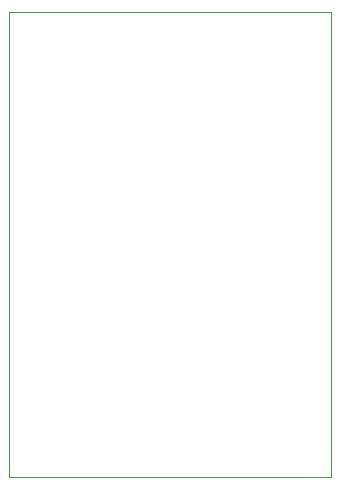
<source format=gbr>
G04 (created by PCBNEW (2013-07-07 BZR 4022)-stable) date 3/7/2014 1:37:03 AM*
%MOIN*%
G04 Gerber Fmt 3.4, Leading zero omitted, Abs format*
%FSLAX34Y34*%
G01*
G70*
G90*
G04 APERTURE LIST*
%ADD10C,0.00590551*%
%ADD11C,0.00393701*%
G04 APERTURE END LIST*
G54D10*
G54D11*
X15750Y-5000D02*
X12250Y-5000D01*
X15750Y-20500D02*
X15750Y-5000D01*
X5000Y-20500D02*
X15750Y-20500D01*
X5000Y-9750D02*
X5000Y-20500D01*
X5000Y-5000D02*
X5000Y-9750D01*
X5000Y-5000D02*
X12500Y-5000D01*
M02*

</source>
